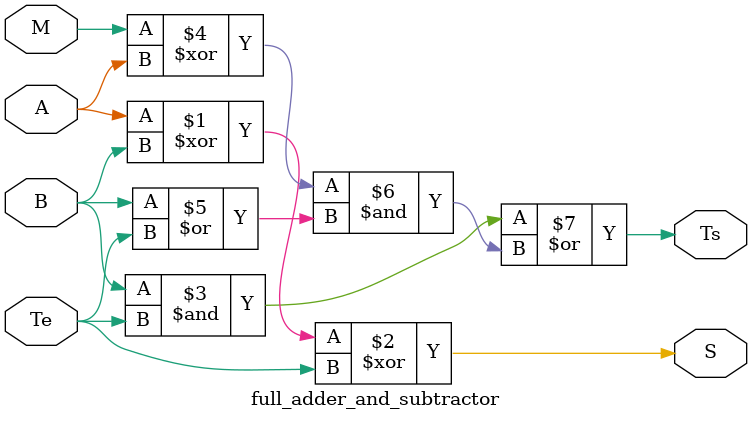
<source format=sv>
module full_adder_and_subtractor(
    input logic  A, B, Te, M,
    output logic S, Ts
);
    assign S = A ^ B ^ Te; 
    assign Ts = (B & Te) | ((M ^ A) & (B | Te));  
       
endmodule
</source>
